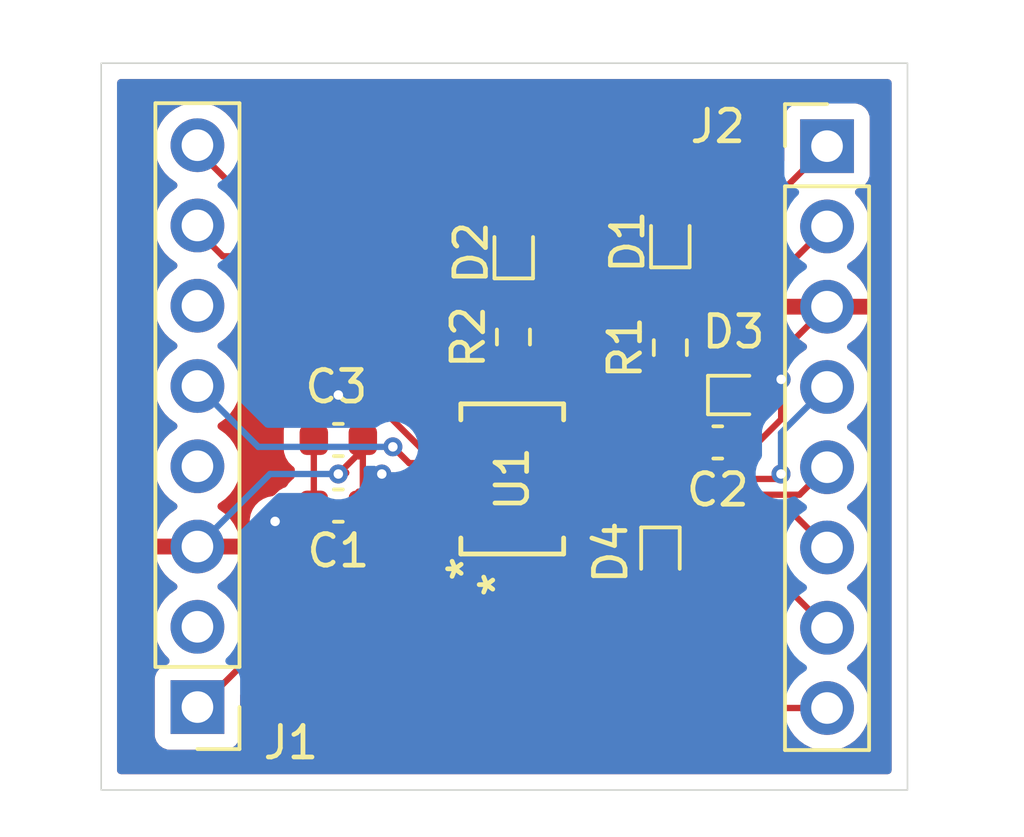
<source format=kicad_pcb>
(kicad_pcb (version 20241229) (generator "pcbnew") (generator_version "9.0")
  (layers (0 "F.Cu" signal) (2 "B.Cu" power) (13 "F.Paste" user) (15 "B.Paste" user) (5 "F.SilkS" user "F.Silkscreen") (7 "B.SilkS" user "B.Silkscreen") (1 "F.Mask" user) (3 "B.Mask" user) (25 "Edge.Cuts" user))
  (net 0 "")
  (net 1 "GND")
  (net 2 "+3.3V")
  (net 3 "Net-(D1-A)")
  (net 4 "SDA{slash}SDI")
  (net 5 "Net-(D2-A)")
  (net 6 "SCL{slash}SCK")
  (net 7 "SDO2")
  (net 8 "Net-(D3-A)")
  (net 9 "SDO1")
  (net 10 "Net-(D4-A)")
  (net 11 "INT1")
  (net 12 "INT4")
  (net 13 "CSB1")
  (net 14 "INT3")
  (net 15 "CSB2")
  (net 16 "PS")
  (net 17 "INT2")
  (net 18 "Net-(U1-SDA{slash}SDI)")
  (net 19 "Net-(U1-SCL{slash}SCK)")
  (footprint "Diode_SMD:D_SOD-882" (layer "F.Cu") (at 176.5 84.5)
    (property "Reference" "D3" (at 0 -2 0) (layer "F.SilkS"))
    (property "Value" "D_Zener")
    (fp_line (start -0.81 -0.61) (end -0.81 0.61) (stroke (width 0.12)) (layer "F.SilkS"))
    (fp_line (start -0.81 -0.61) (end 0.5 -0.61) (stroke (width 0.12)) (layer "F.SilkS"))
    (fp_line (start -0.81 0.61) (end 0.5 0.61) (stroke (width 0.12)) (layer "F.SilkS"))
    (pad "1" smd roundrect (at -0.35 0) (size 0.4 0.7) (layers "F.Cu" "F.Mask") (roundrect_rratio 0.125) (net 7 "SDO2"))
    (pad "2" smd roundrect (at 0.35 0) (size 0.4 0.7) (layers "F.Cu" "F.Mask") (roundrect_rratio 0.125) (net 8 "Net-(D3-A)"))
  )
  (footprint "Diode_SMD:D_SOD-882" (layer "F.Cu") (at 174.187373 89.5 -90)
    (property "Reference" "D4" (at -0.021769 1.574853 90) (layer "F.SilkS"))
    (property "Value" "D_Zener")
    (fp_line (start -0.81 0.61) (end 0.5 0.61) (stroke (width 0.12)) (layer "F.SilkS"))
    (fp_line (start -0.81 -0.61) (end -0.81 0.61) (stroke (width 0.12)) (layer "F.SilkS"))
    (fp_line (start -0.81 -0.61) (end 0.5 -0.61) (stroke (width 0.12)) (layer "F.SilkS"))
    (pad "1" smd roundrect (at -0.35 0 270) (size 0.4 0.7) (layers "F.Cu" "F.Mask") (roundrect_rratio 0.125) (net 9 "SDO1"))
    (pad "2" smd roundrect (at 0.35 0 270) (size 0.4 0.7) (layers "F.Cu" "F.Mask") (roundrect_rratio 0.125) (net 10 "Net-(D4-A)"))
  )
  (footprint "Connector_PinHeader_2.54mm:PinHeader_1x08_P2.54mm_Vertical" (layer "F.Cu") (at 179.456 76.625)
    (property "Reference" "J2" (at -3.456 -0.625 0) (layer "F.SilkS"))
    (property "Value" "Conn_01x08_Pin")
    (fp_line (start -1.33 -1.33) (end 0 -1.33) (stroke (width 0.12)) (layer "F.SilkS"))
    (fp_line (start -1.33 0) (end -1.33 -1.33) (stroke (width 0.12)) (layer "F.SilkS"))
    (fp_line (start -1.33 1.27) (end -1.33 19.11) (stroke (width 0.12)) (layer "F.SilkS"))
    (fp_line (start -1.33 1.27) (end 1.33 1.27) (stroke (width 0.12)) (layer "F.SilkS"))
    (fp_line (start -1.33 19.11) (end 1.33 19.11) (stroke (width 0.12)) (layer "F.SilkS"))
    (fp_line (start 1.33 1.27) (end 1.33 19.11) (stroke (width 0.12)) (layer "F.SilkS"))
    (pad "1" thru_hole rect (at 0 0) (size 1.7 1.7) (drill 1) (layers "*.Cu" "*.Mask") (net 3 "Net-(D1-A)"))
    (pad "2" thru_hole oval (at 0 2.54) (size 1.7 1.7) (drill 1) (layers "*.Cu" "*.Mask") (net 8 "Net-(D3-A)"))
    (pad "3" thru_hole oval (at 0 5.08) (size 1.7 1.7) (drill 1) (layers "*.Cu" "*.Mask") (net 2 "+3.3V"))
    (pad "4" thru_hole oval (at 0 7.62) (size 1.7 1.7) (drill 1) (layers "*.Cu" "*.Mask") (net 14 "INT3"))
    (pad "5" thru_hole oval (at 0 10.16) (size 1.7 1.7) (drill 1) (layers "*.Cu" "*.Mask") (net 12 "INT4"))
    (pad "6" thru_hole oval (at 0 12.7) (size 1.7 1.7) (drill 1) (layers "*.Cu" "*.Mask") (net 13 "CSB1"))
    (pad "7" thru_hole oval (at 0 15.24) (size 1.7 1.7) (drill 1) (layers "*.Cu" "*.Mask") (net 10 "Net-(D4-A)"))
    (pad "8" thru_hole oval (at 0 17.78) (size 1.7 1.7) (drill 1) (layers "*.Cu" "*.Mask") (net 11 "INT1"))
  )
  (footprint "Capacitor_SMD:C_0603_1608Metric" (layer "F.Cu") (at 176 86)
    (property "Reference" "C2" (at 0 1.5 0) (layer "F.SilkS"))
    (property "Value" "100nF")
    (fp_line (start -0.14058 -0.51) (end 0.14058 -0.51) (stroke (width 0.12)) (layer "F.SilkS"))
    (fp_line (start -0.14058 0.51) (end 0.14058 0.51) (stroke (width 0.12)) (layer "F.SilkS"))
    (pad "1" smd roundrect (at -0.775 0) (size 0.9 0.95) (layers "F.Cu" "F.Mask" "F.Paste") (net 2 "+3.3V"))
    (pad "2" smd roundrect (at 0.775 0) (size 0.9 0.95) (layers "F.Cu" "F.Mask" "F.Paste") (net 1 "GND"))
  )
  (footprint "Resistor_SMD:R_0603_1608Metric" (layer "F.Cu") (at 169.537959 82.664292 90)
    (property "Reference" "R2" (at 0 -1.43 90) (layer "F.SilkS"))
    (property "Value" "22")
    (fp_line (start -0.237258 -0.5225) (end 0.237258 -0.5225) (stroke (width 0.12)) (layer "F.SilkS"))
    (fp_line (start -0.237258 0.5225) (end 0.237258 0.5225) (stroke (width 0.12)) (layer "F.SilkS"))
    (pad "1" smd roundrect (at -0.825 0 90) (size 0.8 0.95) (layers "F.Cu" "F.Mask" "F.Paste") (net 19 "Net-(U1-SCL{slash}SCK)"))
    (pad "2" smd roundrect (at 0.825 0 90) (size 0.8 0.95) (layers "F.Cu" "F.Mask" "F.Paste") (net 6 "SCL{slash}SCK"))
  )
  (footprint "Diode_SMD:D_SOD-882" (layer "F.Cu") (at 169.547449 80 90)
    (property "Reference" "D2" (at 0 -1.35 90) (layer "F.SilkS"))
    (property "Value" "D_Zener")
    (fp_line (start -0.81 -0.61) (end 0.5 -0.61) (stroke (width 0.12)) (layer "F.SilkS"))
    (fp_line (start -0.81 -0.61) (end -0.81 0.61) (stroke (width 0.12)) (layer "F.SilkS"))
    (fp_line (start -0.81 0.61) (end 0.5 0.61) (stroke (width 0.12)) (layer "F.SilkS"))
    (pad "1" smd roundrect (at -0.35 0 90) (size 0.4 0.7) (layers "F.Cu" "F.Mask") (roundrect_rratio 0.125) (net 6 "SCL{slash}SCK"))
    (pad "2" smd roundrect (at 0.35 0 90) (size 0.4 0.7) (layers "F.Cu" "F.Mask") (roundrect_rratio 0.125) (net 5 "Net-(D2-A)"))
  )
  (footprint "Capacitor_SMD:C_0603_1608Metric" (layer "F.Cu") (at 164 85.923453 180)
    (property "Reference" "C3" (at 0.064057 1.686828 0) (layer "F.SilkS"))
    (property "Value" "1uF")
    (fp_line (start -0.14058 0.51) (end 0.14058 0.51) (stroke (width 0.12)) (layer "F.SilkS"))
    (fp_line (start -0.14058 -0.51) (end 0.14058 -0.51) (stroke (width 0.12)) (layer "F.SilkS"))
    (pad "1" smd roundrect (at -0.775 0 180) (size 0.9 0.95) (layers "F.Cu" "F.Mask" "F.Paste") (net 2 "+3.3V"))
    (pad "2" smd roundrect (at 0.775 0 180) (size 0.9 0.95) (layers "F.Cu" "F.Mask" "F.Paste") (net 1 "GND"))
  )
  (footprint "Capacitor_SMD:C_0603_1608Metric" (layer "F.Cu") (at 164 88 180)
    (property "Reference" "C1" (at 0 -1.43 0) (layer "F.SilkS"))
    (property "Value" "100nF")
    (fp_line (start -0.14058 0.51) (end 0.14058 0.51) (stroke (width 0.12)) (layer "F.SilkS"))
    (fp_line (start -0.14058 -0.51) (end 0.14058 -0.51) (stroke (width 0.12)) (layer "F.SilkS"))
    (pad "1" smd roundrect (at -0.775 0 180) (size 0.9 0.95) (layers "F.Cu" "F.Mask" "F.Paste") (net 2 "+3.3V"))
    (pad "2" smd roundrect (at 0.775 0 180) (size 0.9 0.95) (layers "F.Cu" "F.Mask" "F.Paste") (net 1 "GND"))
  )
  (footprint "Connector_PinHeader_2.54mm:PinHeader_1x08_P2.54mm_Vertical" (layer "F.Cu") (at 159.544 94.375 180)
    (property "Reference" "J1" (at -2.956 -1.125 0) (layer "F.SilkS"))
    (property "Value" "Conn_01x08_Pin")
    (fp_line (start 1.33 1.27) (end 1.33 19.11) (stroke (width 0.12)) (layer "F.SilkS"))
    (fp_line (start -1.33 19.11) (end 1.33 19.11) (stroke (width 0.12)) (layer "F.SilkS"))
    (fp_line (start -1.33 1.27) (end 1.33 1.27) (stroke (width 0.12)) (layer "F.SilkS"))
    (fp_line (start -1.33 1.27) (end -1.33 19.11) (stroke (width 0.12)) (layer "F.SilkS"))
    (fp_line (start -1.33 0) (end -1.33 -1.33) (stroke (width 0.12)) (layer "F.SilkS"))
    (fp_line (start -1.33 -1.33) (end 0 -1.33) (stroke (width 0.12)) (layer "F.SilkS"))
    (pad "1" thru_hole rect (at 0 0 180) (size 1.7 1.7) (drill 1) (layers "*.Cu" "*.Mask") (net 17 "INT2"))
    (pad "2" thru_hole oval (at 0 2.54 180) (size 1.7 1.7) (drill 1) (layers "*.Cu" "*.Mask"))
    (pad "3" thru_hole oval (at 0 5.08 180) (size 1.7 1.7) (drill 1) (layers "*.Cu" "*.Mask") (net 2 "+3.3V"))
    (pad "4" thru_hole oval (at 0 7.62 180) (size 1.7 1.7) (drill 1) (layers "*.Cu" "*.Mask"))
    (pad "5" thru_hole oval (at 0 10.16 180) (size 1.7 1.7) (drill 1) (layers "*.Cu" "*.Mask") (net 15 "CSB2"))
    (pad "6" thru_hole oval (at 0 12.7 180) (size 1.7 1.7) (drill 1) (layers "*.Cu" "*.Mask"))
    (pad "7" thru_hole oval (at 0 15.24 180) (size 1.7 1.7) (drill 1) (layers "*.Cu" "*.Mask") (net 16 "PS"))
    (pad "8" thru_hole oval (at 0 17.78 180) (size 1.7 1.7) (drill 1) (layers "*.Cu" "*.Mask") (net 5 "Net-(D2-A)"))
  )
  (footprint "Diode_SMD:D_SOD-882" (layer "F.Cu") (at 174.5 79.65 90)
    (property "Reference" "D1" (at 0 -1.35 90) (layer "F.SilkS"))
    (property "Value" "D_Zener")
    (fp_line (start -0.81 -0.61) (end 0.5 -0.61) (stroke (width 0.12)) (layer "F.SilkS"))
    (fp_line (start -0.81 -0.61) (end -0.81 0.61) (stroke (width 0.12)) (layer "F.SilkS"))
    (fp_line (start -0.81 0.61) (end 0.5 0.61) (stroke (width 0.12)) (layer "F.SilkS"))
    (pad "1" smd roundrect (at -0.35 0 90) (size 0.4 0.7) (layers "F.Cu" "F.Mask") (roundrect_rratio 0.125) (net 4 "SDA{slash}SDI"))
    (pad "2" smd roundrect (at 0.35 0 90) (size 0.4 0.7) (layers "F.Cu" "F.Mask") (roundrect_rratio 0.125) (net 3 "Net-(D1-A)"))
  )
  (footprint "Resistor_SMD:R_0603_1608Metric" (layer "F.Cu") (at 174.5 83 90)
    (property "Reference" "R1" (at 0 -1.43 90) (layer "F.SilkS"))
    (property "Value" "22")
    (fp_line (start -0.237258 -0.5225) (end 0.237258 -0.5225) (stroke (width 0.12)) (layer "F.SilkS"))
    (fp_line (start -0.237258 0.5225) (end 0.237258 0.5225) (stroke (width 0.12)) (layer "F.SilkS"))
    (pad "1" smd roundrect (at -0.825 0 90) (size 0.8 0.95) (layers "F.Cu" "F.Mask" "F.Paste") (net 18 "Net-(U1-SDA{slash}SDI)"))
    (pad "2" smd roundrect (at 0.825 0 90) (size 0.8 0.95) (layers "F.Cu" "F.Mask" "F.Paste") (net 4 "SDA{slash}SDI"))
  )
  (footprint "BMI088:QFN_BMI085_BOS" (layer "F.Cu") (at 169.5 87.1557 90)
    (property "Reference" "U1" (at 0 0 90) (layer "F.SilkS"))
    (property "Value" "BMI088")
    (fp_line (start 2.3749 -1.6256) (end 1.86878 -1.6256) (stroke (width 0.1524)) (layer "F.SilkS"))
    (fp_line (start -1.86878 -1.6256) (end -2.3749 -1.6256) (stroke (width 0.1524)) (layer "F.SilkS"))
    (fp_line (start -2.3749 -1.6256) (end -2.3749 1.6256) (stroke (width 0.1524)) (layer "F.SilkS"))
    (fp_line (start 2.3749 1.6256) (end 2.3749 -1.6256) (stroke (width 0.1524)) (layer "F.SilkS"))
    (fp_line (start 1.86878 1.6256) (end 2.3749 1.6256) (stroke (width 0.1524)) (layer "F.SilkS"))
    (fp_line (start -2.3749 1.6256) (end -1.86878 1.6256) (stroke (width 0.1524)) (layer "F.SilkS"))
    (fp_text user "*" (at -3.3443 -0.5 90) (layer "F.SilkS"))
    (fp_text user "*" (at -2.8443 -1.5 90) (layer "F.SilkS"))
    (pad "1" smd rect (at -1.5 -1.1557 90) (size 0.254 0.4826) (layers "F.Cu" "F.Mask" "F.Paste") (net 17 "INT2"))
    (pad "2" smd rect (at -1.000001 -1.1557 90) (size 0.254 0.4826) (layers "F.Cu" "F.Mask" "F.Paste"))
    (pad "3" smd rect (at -0.499999 -1.1557 90) (size 0.254 0.4826) (layers "F.Cu" "F.Mask" "F.Paste") (net 2 "+3.3V"))
    (pad "4" smd rect (at 0 -1.1557 90) (size 0.254 0.4826) (layers "F.Cu" "F.Mask" "F.Paste") (net 1 "GND"))
    (pad "5" smd rect (at 0.499999 -1.1557 90) (size 0.254 0.4826) (layers "F.Cu" "F.Mask" "F.Paste") (net 15 "CSB2"))
    (pad "6" smd rect (at 1.000001 -1.1557 90) (size 0.254 0.4826) (layers "F.Cu" "F.Mask" "F.Paste") (net 1 "GND"))
    (pad "7" smd rect (at 1.5 -1.1557 90) (size 0.254 0.4826) (layers "F.Cu" "F.Mask" "F.Paste") (net 16 "PS"))
    (pad "8" smd rect (at 1.9113 0 180) (size 0.254 0.4826) (layers "F.Cu" "F.Mask" "F.Paste") (net 19 "Net-(U1-SCL{slash}SCK)"))
    (pad "9" smd rect (at 1.5 1.1557 90) (size 0.254 0.4826) (layers "F.Cu" "F.Mask" "F.Paste") (net 18 "Net-(U1-SDA{slash}SDI)"))
    (pad "10" smd rect (at 1.000001 1.1557 90) (size 0.254 0.4826) (layers "F.Cu" "F.Mask" "F.Paste") (net 7 "SDO2"))
    (pad "11" smd rect (at 0.499999 1.1557 90) (size 0.254 0.4826) (layers "F.Cu" "F.Mask" "F.Paste") (net 2 "+3.3V"))
    (pad "12" smd rect (at 0 1.1557 90) (size 0.254 0.4826) (layers "F.Cu" "F.Mask" "F.Paste") (net 14 "INT3"))
    (pad "13" smd rect (at -0.499999 1.1557 90) (size 0.254 0.4826) (layers "F.Cu" "F.Mask" "F.Paste") (net 12 "INT4"))
    (pad "14" smd rect (at -1.000001 1.1557 90) (size 0.254 0.4826) (layers "F.Cu" "F.Mask" "F.Paste") (net 13 "CSB1"))
    (pad "15" smd rect (at -1.5 1.1557 90) (size 0.254 0.4826) (layers "F.Cu" "F.Mask" "F.Paste") (net 9 "SDO1"))
    (pad "16" smd rect (at -1.9113 0 180) (size 0.254 0.4826) (layers "F.Cu" "F.Mask" "F.Paste") (net 11 "INT1"))
  )
  (gr_poly (pts (xy 156.5 74) (xy 182 74) (xy 182 97) (xy 156.5 97)) (stroke (width 0.05)) (fill no) (layer "Edge.Cuts"))
  (segment (start 165.5307 87.1557) (end 165.375 87) (width 0.2) (layer "F.Cu") (net 1))
  (segment (start 165.46645 85.03355) (end 164.53355 85.03355) (width 0.2) (layer "F.Cu") (net 1))
  (segment (start 162.5 88) (end 162 88.5) (width 0.2) (layer "F.Cu") (net 1))
  (segment (start 168.3443 87.1557) (end 165.5307 87.1557) (width 0.2) (layer "F.Cu") (net 1))
  (segment (start 163.225 88) (end 162.5 88) (width 0.2) (layer "F.Cu") (net 1))
  (segment (start 163.225 85.923453) (end 163.225 88) (width 0.2) (layer "F.Cu") (net 1))
  (segment (start 164.53355 85.03355) (end 164 84.5) (width 0.2) (layer "F.Cu") (net 1))
  (segment (start 176.775 86) (end 177.275 86) (width 0.2) (layer "F.Cu") (net 1))
  (segment (start 178.004765 85.270235) (end 178.004765 84.004765) (width 0.2) (layer "F.Cu") (net 1))
  (segment (start 168.3443 86.155699) (end 166.588599 86.155699) (width 0.2) (layer "F.Cu") (net 1))
  (segment (start 177.275 86) (end 178.004765 85.270235) (width 0.2) (layer "F.Cu") (net 1))
  (segment (start 166.588599 86.155699) (end 165.46645 85.03355) (width 0.2) (layer "F.Cu") (net 1))
  (via (at 162 88.5) (size 0.6) (drill 0.3) (layers "F.Cu" "B.Cu") (net 1))
  (via (at 164 84.5) (size 0.6) (drill 0.3) (layers "F.Cu" "B.Cu") (net 1))
  (via (at 178.004765 84.004765) (size 0.6) (drill 0.3) (layers "F.Cu" "B.Cu") (net 1))
  (via (at 165.375 87) (size 0.6) (drill 0.3) (layers "F.Cu" "B.Cu") (net 1))
  (segment (start 178.004765 84.004765) (end 177 83) (width 0.2) (layer "B.Cu") (net 1))
  (segment (start 174.569299 86.655701) (end 170.6557 86.655701) (width 0.2) (layer "F.Cu") (net 2))
  (segment (start 164.775 86.225) (end 164 87) (width 0.2) (layer "F.Cu") (net 2))
  (segment (start 177.073774 85.224) (end 177.351 84.946774) (width 0.2) (layer "F.Cu") (net 2))
  (segment (start 168.3443 87.655699) (end 165.119301 87.655699) (width 0.2) (layer "F.Cu") (net 2))
  (segment (start 175.225 86) (end 174.569299 86.655701) (width 0.2) (layer "F.Cu") (net 2))
  (segment (start 176.001 85.224) (end 177.073774 85.224) (width 0.2) (layer "F.Cu") (net 2))
  (segment (start 157.795 89.295) (end 157.5 89) (width 0.2) (layer "F.Cu") (net 2))
  (segment (start 164.775 88) (end 164.775 85.923453) (width 0.2) (layer "F.Cu") (net 2))
  (segment (start 164.775 85.923453) (end 164.775 86.225) (width 0.2) (layer "F.Cu") (net 2))
  (segment (start 165.119301 87.655699) (end 164.775 88) (width 0.2) (layer "F.Cu") (net 2))
  (segment (start 175.225 86) (end 176.001 85.224) (width 0.2) (layer "F.Cu") (net 2))
  (segment (start 177.351 83.81) (end 179.456 81.705) (width 0.2) (layer "F.Cu") (net 2))
  (segment (start 159.544 89.295) (end 157.795 89.295) (width 0.2) (layer "F.Cu") (net 2))
  (segment (start 177.351 84.946774) (end 177.351 83.81) (width 0.2) (layer "F.Cu") (net 2))
  (via (at 164 87) (size 0.6) (drill 0.3) (layers "F.Cu" "B.Cu") (net 2))
  (segment (start 164 87) (end 161.839 87) (width 0.2) (layer "B.Cu") (net 2))
  (segment (start 161.839 87) (end 159.544 89.295) (width 0.2) (layer "B.Cu") (net 2))
  (segment (start 176.781 79.3) (end 179.456 76.625) (width 0.2) (layer "F.Cu") (net 3))
  (segment (start 174.5 79.3) (end 176.781 79.3) (width 0.2) (layer "F.Cu") (net 3))
  (segment (start 174.5 80) (end 174.5 82.175) (width 0.2) (layer "F.Cu") (net 4))
  (segment (start 162.43 79.65) (end 159.5 76.72) (width 0.2) (layer "F.Cu") (net 5))
  (segment (start 169.547449 79.65) (end 162.43 79.65) (width 0.2) (layer "F.Cu") (net 5))
  (segment (start 169.547449 81.829802) (end 169.537959 81.839292) (width 0.2) (layer "F.Cu") (net 6))
  (segment (start 169.547449 80.35) (end 169.547449 81.829802) (width 0.2) (layer "F.Cu") (net 6))
  (segment (start 176.15 84.5) (end 175.5 84.5) (width 0.2) (layer "F.Cu") (net 7))
  (segment (start 175.5 84.5) (end 173.844301 86.155699) (width 0.2) (layer "F.Cu") (net 7))
  (segment (start 173.844301 86.155699) (end 170.6557 86.155699) (width 0.2) (layer "F.Cu") (net 7))
  (segment (start 176.85 84.5) (end 176.85 81.771) (width 0.2) (layer "F.Cu") (net 8))
  (segment (start 176.85 81.771) (end 179.456 79.165) (width 0.2) (layer "F.Cu") (net 8))
  (segment (start 170.6557 88.6557) (end 173.693073 88.6557) (width 0.2) (layer "F.Cu") (net 9))
  (segment (start 173.693073 88.6557) (end 174.187373 89.15) (width 0.2) (layer "F.Cu") (net 9))
  (segment (start 177.441 89.85) (end 179.456 91.865) (width 0.2) (layer "F.Cu") (net 10))
  (segment (start 174.187373 89.85) (end 177.441 89.85) (width 0.2) (layer "F.Cu") (net 10))
  (segment (start 169.5 93.5) (end 170.405 94.405) (width 0.2) (layer "F.Cu") (net 11))
  (segment (start 169.5 89.067) (end 169.5 93.5) (width 0.2) (layer "F.Cu") (net 11))
  (segment (start 170.405 94.405) (end 179.456 94.405) (width 0.2) (layer "F.Cu") (net 11))
  (segment (start 178.585301 87.655699) (end 179.456 86.785) (width 0.2) (layer "F.Cu") (net 12))
  (segment (start 170.6557 87.655699) (end 178.585301 87.655699) (width 0.2) (layer "F.Cu") (net 12))
  (segment (start 178.286701 88.155701) (end 179.456 89.325) (width 0.2) (layer "F.Cu") (net 13))
  (segment (start 170.6557 88.155701) (end 178.286701 88.155701) (width 0.2) (layer "F.Cu") (net 13))
  (segment (start 177.8443 87.1557) (end 170.6557 87.1557) (width 0.2) (layer "F.Cu") (net 14))
  (segment (start 178 87) (end 177.8443 87.1557) (width 0.2) (layer "F.Cu") (net 14))
  (via (at 178 87) (size 0.6) (drill 0.3) (layers "F.Cu" "B.Cu") (net 14))
  (segment (start 178 85.701) (end 178 87) (width 0.2) (layer "B.Cu") (net 14))
  (segment (start 179.456 84.245) (end 178 85.701) (width 0.2) (layer "B.Cu") (net 14))
  (segment (start 166.240074 86.655701) (end 165.725 86.140627) (width 0.2) (layer "F.Cu") (net 15))
  (segment (start 168.3443 86.655701) (end 166.240074 86.655701) (width 0.2) (layer "F.Cu") (net 15))
  (via (at 165.725 86.140627) (size 0.6) (drill 0.3) (layers "F.Cu" "B.Cu") (net 15))
  (segment (start 165.725 86.140627) (end 161.469627 86.140627) (width 0.2) (layer "B.Cu") (net 15))
  (segment (start 161.469627 86.140627) (end 159.544 84.215) (width 0.2) (layer "B.Cu") (net 15))
  (segment (start 160.35 80.11) (end 159.5 79.26) (width 0.2) (layer "F.Cu") (net 16))
  (segment (start 161.11 80.11) (end 160.35 80.11) (width 0.2) (layer "F.Cu") (net 16))
  (segment (start 166.6557 85.6557) (end 161.11 80.11) (width 0.2) (layer "F.Cu") (net 16))
  (segment (start 168.3443 85.6557) (end 166.6557 85.6557) (width 0.2) (layer "F.Cu") (net 16))
  (segment (start 168.3443 88.6557) (end 165.3443 88.6557) (width 0.2) (layer "F.Cu") (net 17))
  (segment (start 165.3443 88.6557) (end 159.5 94.5) (width 0.2) (layer "F.Cu") (net 17))
  (segment (start 174.5 83.825) (end 174.5 84.9329) (width 0.2) (layer "F.Cu") (net 18))
  (segment (start 174.5 84.9329) (end 173.7772 85.6557) (width 0.2) (layer "F.Cu") (net 18))
  (segment (start 173.7772 85.6557) (end 170.6557 85.6557) (width 0.2) (layer "F.Cu") (net 18))
  (segment (start 169.5 85.2444) (end 169.5 83.527251) (width 0.2) (layer "F.Cu") (net 19))
  (segment (start 169.5 83.527251) (end 169.537959 83.489292) (width 0.2) (layer "F.Cu") (net 19))
  (segment (start 169.537959 85.206441) (end 169.5 85.2444) (width 0.2) (layer "F.Cu") (net 19))
  (zone (net 0) (net_name "") (layer "F.Cu") (connect_pads (clearance 0)) (min_thickness 0.25)
    (keepout (tracks allowed) (vias allowed) (pads allowed) (copperpour not_allowed) (footprints allowed))
    (fill (thermal_gap 0.5) (thermal_bridge_width 0.5))
    (polygon (pts (xy 165.5 82.092128) (xy 173.5 82.092128) (xy 173.5 91.877006) (xy 165.5 91.877006)))
  )
  (zone (net 2) (net_name "+3.3V") (layer "F.Cu") (connect_pads (clearance 0.5)) (min_thickness 0.25) (fill yes (thermal_gap 0.5) (thermal_bridge_width 0.5))
    (polygon (pts (xy 157 72) (xy 184 72) (xy 184 98.5) (xy 157 98.5)))
  )
  (zone (net 1) (net_name "GND") (layer "B.Cu") (priority 1) (connect_pads (clearance 0.5)) (min_thickness 0.25) (fill yes (thermal_gap 0.5) (thermal_bridge_width 0.5))
    (polygon (pts (xy 184 72) (xy 157 72) (xy 157 98.5) (xy 184 98.5)))
  )
)
</source>
